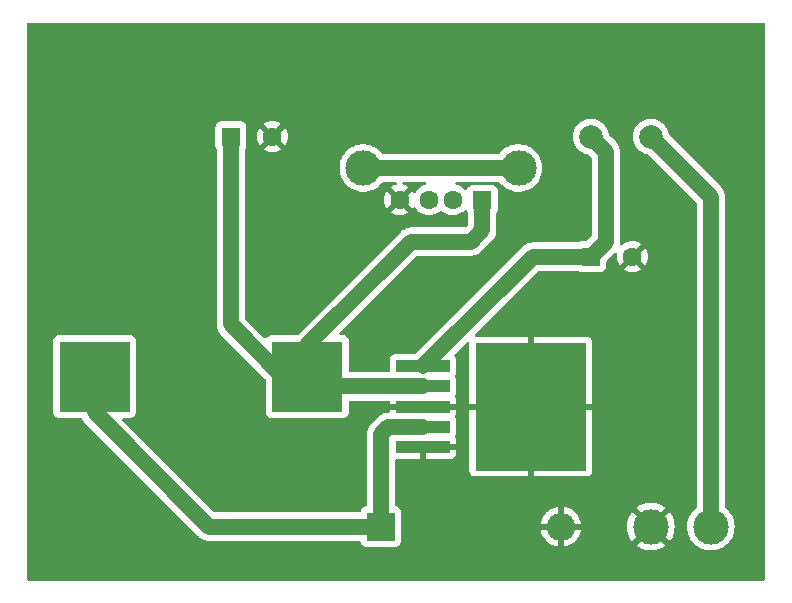
<source format=gbr>
%TF.GenerationSoftware,KiCad,Pcbnew,(6.0.4-0)*%
%TF.CreationDate,2022-04-27T17:17:29-07:00*%
%TF.ProjectId,DC_To_DC_Converter,44435f54-6f5f-4444-935f-436f6e766572,rev?*%
%TF.SameCoordinates,Original*%
%TF.FileFunction,Copper,L1,Top*%
%TF.FilePolarity,Positive*%
%FSLAX46Y46*%
G04 Gerber Fmt 4.6, Leading zero omitted, Abs format (unit mm)*
G04 Created by KiCad (PCBNEW (6.0.4-0)) date 2022-04-27 17:17:29*
%MOMM*%
%LPD*%
G01*
G04 APERTURE LIST*
%TA.AperFunction,ComponentPad*%
%ADD10R,1.600000X1.600000*%
%TD*%
%TA.AperFunction,ComponentPad*%
%ADD11C,1.600000*%
%TD*%
%TA.AperFunction,ComponentPad*%
%ADD12C,2.000000*%
%TD*%
%TA.AperFunction,ComponentPad*%
%ADD13C,3.000000*%
%TD*%
%TA.AperFunction,ComponentPad*%
%ADD14R,2.400000X2.400000*%
%TD*%
%TA.AperFunction,ComponentPad*%
%ADD15O,2.400000X2.400000*%
%TD*%
%TA.AperFunction,SMDPad,CuDef*%
%ADD16R,4.600000X1.100000*%
%TD*%
%TA.AperFunction,SMDPad,CuDef*%
%ADD17R,9.400000X10.800000*%
%TD*%
%TA.AperFunction,ComponentPad*%
%ADD18R,1.600000X1.500000*%
%TD*%
%TA.AperFunction,SMDPad,CuDef*%
%ADD19R,6.000000X6.000000*%
%TD*%
%TA.AperFunction,Conductor*%
%ADD20C,1.367030*%
%TD*%
G04 APERTURE END LIST*
D10*
%TO.P,C1,1*%
%TO.N,Net-(C1-Pad1)*%
X165100000Y-45720000D03*
D11*
%TO.P,C1,2*%
%TO.N,GND*%
X168600000Y-45720000D03*
%TD*%
D12*
%TO.P,FB1,1*%
%TO.N,Net-(FB1-Pad1)*%
X170180000Y-35560000D03*
%TO.P,FB1,2*%
%TO.N,Net-(C1-Pad1)*%
X165100000Y-35560000D03*
%TD*%
D13*
%TO.P,J1,1,Pin_1*%
%TO.N,Net-(FB1-Pad1)*%
X175260000Y-68580000D03*
%TO.P,J1,2,Pin_2*%
%TO.N,GND*%
X170180000Y-68580000D03*
%TD*%
D14*
%TO.P,D1,1,K*%
%TO.N,Net-(D1-Pad1)*%
X147320000Y-68580000D03*
D15*
%TO.P,D1,2,A*%
%TO.N,GND*%
X162560000Y-68580000D03*
%TD*%
D16*
%TO.P,U1,1,VIN*%
%TO.N,Net-(C1-Pad1)*%
X150870000Y-55020000D03*
%TO.P,U1,2,OUT*%
%TO.N,Net-(C2-Pad1)*%
X150870000Y-56720000D03*
%TO.P,U1,3,GND*%
%TO.N,GND*%
X150870000Y-58420000D03*
D17*
X160020000Y-58420000D03*
D16*
%TO.P,U1,4,FB*%
%TO.N,Net-(D1-Pad1)*%
X150870000Y-60120000D03*
%TO.P,U1,5,~{ON}/OFF*%
%TO.N,GND*%
X150870000Y-61820000D03*
%TD*%
D10*
%TO.P,C2,1*%
%TO.N,Net-(C2-Pad1)*%
X134620000Y-35560000D03*
D11*
%TO.P,C2,2*%
%TO.N,GND*%
X138120000Y-35560000D03*
%TD*%
D18*
%TO.P,J2,1,VBUS*%
%TO.N,Net-(C2-Pad1)*%
X155900000Y-40920000D03*
D11*
%TO.P,J2,2,D-*%
%TO.N,unconnected-(J2-Pad2)*%
X153400000Y-40920000D03*
%TO.P,J2,3,D+*%
%TO.N,unconnected-(J2-Pad3)*%
X151400000Y-40920000D03*
%TO.P,J2,4,GND*%
%TO.N,GND*%
X148900000Y-40920000D03*
D13*
%TO.P,J2,5,Shield*%
%TO.N,unconnected-(J2-Pad5)*%
X158970000Y-38210000D03*
X145830000Y-38210000D03*
%TD*%
D19*
%TO.P,L1,1,1*%
%TO.N,Net-(D1-Pad1)*%
X123080000Y-55880000D03*
%TO.P,L1,2,2*%
%TO.N,Net-(C2-Pad1)*%
X141080000Y-55880000D03*
%TD*%
D20*
%TO.N,Net-(C1-Pad1)*%
X160170000Y-45720000D02*
X150870000Y-55020000D01*
X166370000Y-44450000D02*
X165100000Y-45720000D01*
X165100000Y-35560000D02*
X166370000Y-36830000D01*
X166370000Y-36830000D02*
X166370000Y-44450000D01*
X165100000Y-45720000D02*
X160170000Y-45720000D01*
%TO.N,Net-(C2-Pad1)*%
X141080000Y-55880000D02*
X141080000Y-53230000D01*
X134620000Y-51460000D02*
X134620000Y-35560000D01*
X155900000Y-43490000D02*
X155900000Y-40920000D01*
X141080000Y-53230000D02*
X149860000Y-44450000D01*
X141920000Y-56720000D02*
X150870000Y-56720000D01*
X149860000Y-44450000D02*
X154940000Y-44450000D01*
X141080000Y-55880000D02*
X139040000Y-55880000D01*
X141080000Y-55880000D02*
X141920000Y-56720000D01*
X154940000Y-44450000D02*
X155900000Y-43490000D01*
X139040000Y-55880000D02*
X134620000Y-51460000D01*
%TO.N,Net-(D1-Pad1)*%
X147320000Y-68580000D02*
X132740000Y-68580000D01*
X147320000Y-68580000D02*
X147320000Y-60753948D01*
X132740000Y-68580000D02*
X123080000Y-58920000D01*
X147953948Y-60120000D02*
X150870000Y-60120000D01*
X147320000Y-60753948D02*
X147953948Y-60120000D01*
%TO.N,Net-(FB1-Pad1)*%
X175260000Y-40640000D02*
X170180000Y-35560000D01*
X175260000Y-66040000D02*
X175260000Y-40640000D01*
X175260000Y-68580000D02*
X175260000Y-63500000D01*
%TO.N,unconnected-(J2-Pad5)*%
X145830000Y-38210000D02*
X158970000Y-38210000D01*
%TD*%
%TA.AperFunction,Conductor*%
%TO.N,GND*%
G36*
X179773621Y-25928502D02*
G01*
X179820114Y-25982158D01*
X179831500Y-26034500D01*
X179831500Y-73025500D01*
X179811498Y-73093621D01*
X179757842Y-73140114D01*
X179705500Y-73151500D01*
X117474500Y-73151500D01*
X117406379Y-73131498D01*
X117359886Y-73077842D01*
X117348500Y-73025500D01*
X117348500Y-58928134D01*
X119571500Y-58928134D01*
X119578255Y-58990316D01*
X119629385Y-59126705D01*
X119716739Y-59243261D01*
X119833295Y-59330615D01*
X119969684Y-59381745D01*
X120031866Y-59388500D01*
X121903382Y-59388500D01*
X121971503Y-59408502D01*
X122014890Y-59455832D01*
X122049633Y-59521866D01*
X122076009Y-59571999D01*
X122186899Y-59712662D01*
X122189534Y-59715297D01*
X131865679Y-69391443D01*
X131871316Y-69397460D01*
X131889377Y-69418054D01*
X131915956Y-69448362D01*
X131920491Y-69451937D01*
X131920492Y-69451938D01*
X131988445Y-69505508D01*
X131991007Y-69507583D01*
X132061943Y-69566579D01*
X132066976Y-69569398D01*
X132066981Y-69569401D01*
X132066999Y-69569411D01*
X132083448Y-69580402D01*
X132088001Y-69583991D01*
X132169699Y-69626975D01*
X132172570Y-69628534D01*
X132248044Y-69670802D01*
X132248050Y-69670805D01*
X132253086Y-69673625D01*
X132258555Y-69675482D01*
X132258558Y-69675483D01*
X132258587Y-69675493D01*
X132276738Y-69683291D01*
X132281881Y-69685997D01*
X132287386Y-69687706D01*
X132287390Y-69687708D01*
X132370035Y-69713369D01*
X132373173Y-69714389D01*
X132455066Y-69742189D01*
X132455071Y-69742190D01*
X132460538Y-69744046D01*
X132466253Y-69744875D01*
X132466258Y-69744876D01*
X132466287Y-69744880D01*
X132485567Y-69749243D01*
X132491104Y-69750962D01*
X132570344Y-69760340D01*
X132582769Y-69761811D01*
X132586039Y-69762242D01*
X132616043Y-69766592D01*
X132677348Y-69775481D01*
X132763104Y-69772112D01*
X132768050Y-69772015D01*
X145492350Y-69772015D01*
X145560471Y-69792017D01*
X145606964Y-69845673D01*
X145615004Y-69874914D01*
X145615575Y-69874778D01*
X145617402Y-69882460D01*
X145618255Y-69890316D01*
X145669385Y-70026705D01*
X145756739Y-70143261D01*
X145873295Y-70230615D01*
X146009684Y-70281745D01*
X146071866Y-70288500D01*
X148568134Y-70288500D01*
X148630316Y-70281745D01*
X148766705Y-70230615D01*
X148883261Y-70143261D01*
X148970615Y-70026705D01*
X149021745Y-69890316D01*
X149028500Y-69828134D01*
X149028500Y-68853460D01*
X160872852Y-68853460D01*
X160908593Y-69033143D01*
X160911082Y-69042118D01*
X160993708Y-69272250D01*
X160997505Y-69280778D01*
X161113234Y-69496160D01*
X161118245Y-69504027D01*
X161264550Y-69699953D01*
X161270656Y-69706977D01*
X161444316Y-69879127D01*
X161451398Y-69885176D01*
X161648586Y-70029760D01*
X161656505Y-70034708D01*
X161872877Y-70148547D01*
X161881451Y-70152275D01*
X162112282Y-70232885D01*
X162121291Y-70235299D01*
X162288201Y-70266988D01*
X162301261Y-70265704D01*
X162305506Y-70252360D01*
X162814000Y-70252360D01*
X162818171Y-70266565D01*
X162830933Y-70268620D01*
X162867487Y-70264617D01*
X162876649Y-70262919D01*
X163113107Y-70200665D01*
X163121926Y-70197628D01*
X163187037Y-70169654D01*
X168955618Y-70169654D01*
X168962673Y-70179627D01*
X168993679Y-70205551D01*
X169000598Y-70210579D01*
X169225272Y-70351515D01*
X169232807Y-70355556D01*
X169474520Y-70464694D01*
X169482551Y-70467680D01*
X169736832Y-70543002D01*
X169745184Y-70544869D01*
X170007340Y-70584984D01*
X170015874Y-70585700D01*
X170281045Y-70589867D01*
X170289596Y-70589418D01*
X170552883Y-70557557D01*
X170561284Y-70555955D01*
X170817824Y-70488653D01*
X170825926Y-70485926D01*
X171070949Y-70384434D01*
X171078617Y-70380628D01*
X171307598Y-70246822D01*
X171314679Y-70242009D01*
X171394655Y-70179301D01*
X171403125Y-70167442D01*
X171396608Y-70155818D01*
X170192812Y-68952022D01*
X170178868Y-68944408D01*
X170177035Y-68944539D01*
X170170420Y-68948790D01*
X168962910Y-70156300D01*
X168955618Y-70169654D01*
X163187037Y-70169654D01*
X163346584Y-70101107D01*
X163354856Y-70096800D01*
X163562777Y-69968135D01*
X163570317Y-69962657D01*
X163756943Y-69804668D01*
X163763593Y-69798132D01*
X163924813Y-69614295D01*
X163930420Y-69606854D01*
X164062700Y-69401202D01*
X164067147Y-69393011D01*
X164167572Y-69170076D01*
X164170767Y-69161298D01*
X164237135Y-68925973D01*
X164238993Y-68916844D01*
X164247246Y-68851969D01*
X164244958Y-68837708D01*
X164231938Y-68834000D01*
X162832115Y-68834000D01*
X162816876Y-68838475D01*
X162815671Y-68839865D01*
X162814000Y-68847548D01*
X162814000Y-70252360D01*
X162305506Y-70252360D01*
X162306000Y-70250808D01*
X162306000Y-68852115D01*
X162301525Y-68836876D01*
X162300135Y-68835671D01*
X162292452Y-68834000D01*
X160887096Y-68834000D01*
X160874695Y-68837641D01*
X160872852Y-68853460D01*
X149028500Y-68853460D01*
X149028500Y-68563204D01*
X168167665Y-68563204D01*
X168182932Y-68827969D01*
X168184005Y-68836470D01*
X168235065Y-69096722D01*
X168237276Y-69104974D01*
X168323184Y-69355894D01*
X168326499Y-69363779D01*
X168445664Y-69600713D01*
X168450020Y-69608079D01*
X168579347Y-69796250D01*
X168589601Y-69804594D01*
X168603342Y-69797448D01*
X169807978Y-68592812D01*
X169814356Y-68581132D01*
X170544408Y-68581132D01*
X170544539Y-68582965D01*
X170548790Y-68589580D01*
X171755730Y-69796520D01*
X171767939Y-69803187D01*
X171779439Y-69794497D01*
X171876831Y-69661913D01*
X171881418Y-69654685D01*
X172007962Y-69421621D01*
X172011530Y-69413827D01*
X172105271Y-69165750D01*
X172107748Y-69157544D01*
X172166954Y-68899038D01*
X172168294Y-68890577D01*
X172192031Y-68624616D01*
X172192277Y-68619677D01*
X172192666Y-68582485D01*
X172192523Y-68577519D01*
X172174362Y-68311123D01*
X172173201Y-68302649D01*
X172119419Y-68042944D01*
X172117120Y-68034709D01*
X172028588Y-67784705D01*
X172025191Y-67776854D01*
X171903550Y-67541178D01*
X171899122Y-67533866D01*
X171780031Y-67364417D01*
X171769509Y-67356037D01*
X171756121Y-67363089D01*
X170552022Y-68567188D01*
X170544408Y-68581132D01*
X169814356Y-68581132D01*
X169815592Y-68578868D01*
X169815461Y-68577035D01*
X169811210Y-68570420D01*
X168603814Y-67363024D01*
X168591804Y-67356466D01*
X168580064Y-67365434D01*
X168471935Y-67515911D01*
X168467418Y-67523196D01*
X168343325Y-67757567D01*
X168339839Y-67765395D01*
X168248700Y-68014446D01*
X168246311Y-68022670D01*
X168189812Y-68281795D01*
X168188563Y-68290250D01*
X168167754Y-68554653D01*
X168167665Y-68563204D01*
X149028500Y-68563204D01*
X149028500Y-68307976D01*
X160870675Y-68307976D01*
X160873435Y-68322703D01*
X160885614Y-68326000D01*
X162287885Y-68326000D01*
X162303124Y-68321525D01*
X162304329Y-68320135D01*
X162306000Y-68312452D01*
X162306000Y-68307885D01*
X162814000Y-68307885D01*
X162818475Y-68323124D01*
X162819865Y-68324329D01*
X162827548Y-68326000D01*
X164235671Y-68326000D01*
X164249202Y-68322027D01*
X164250634Y-68312068D01*
X164198979Y-68083786D01*
X164196255Y-68074875D01*
X164107633Y-67846983D01*
X164103619Y-67838567D01*
X163982286Y-67626281D01*
X163977070Y-67618548D01*
X163825692Y-67426525D01*
X163819399Y-67419657D01*
X163641294Y-67252112D01*
X163634060Y-67246254D01*
X163433141Y-67106872D01*
X163425115Y-67102144D01*
X163205810Y-66993995D01*
X163202110Y-66992500D01*
X168956584Y-66992500D01*
X168962980Y-67003770D01*
X170167188Y-68207978D01*
X170181132Y-68215592D01*
X170182965Y-68215461D01*
X170189580Y-68211210D01*
X171396604Y-67004186D01*
X171403795Y-66991017D01*
X171396473Y-66980780D01*
X171349233Y-66942115D01*
X171342261Y-66937160D01*
X171116122Y-66798582D01*
X171108552Y-66794624D01*
X170865704Y-66688022D01*
X170857644Y-66685120D01*
X170602592Y-66612467D01*
X170594214Y-66610685D01*
X170331656Y-66573318D01*
X170323111Y-66572691D01*
X170057908Y-66571302D01*
X170049374Y-66571839D01*
X169786433Y-66606456D01*
X169778035Y-66608149D01*
X169522238Y-66678127D01*
X169514143Y-66680946D01*
X169270199Y-66784997D01*
X169262577Y-66788881D01*
X169035013Y-66925075D01*
X169027981Y-66929962D01*
X168965053Y-66980377D01*
X168956584Y-66992500D01*
X163202110Y-66992500D01*
X163197177Y-66990507D01*
X162964288Y-66915958D01*
X162955238Y-66913785D01*
X162831880Y-66893696D01*
X162818286Y-66895393D01*
X162814000Y-66909500D01*
X162814000Y-68307885D01*
X162306000Y-68307885D01*
X162306000Y-66908859D01*
X162301982Y-66895175D01*
X162288290Y-66893154D01*
X162208521Y-66904010D01*
X162199403Y-66905948D01*
X161964668Y-66974367D01*
X161955915Y-66977639D01*
X161733869Y-67080004D01*
X161725714Y-67084524D01*
X161521233Y-67218587D01*
X161513828Y-67224270D01*
X161331413Y-67387082D01*
X161324935Y-67393790D01*
X161168584Y-67581781D01*
X161163163Y-67589381D01*
X161036322Y-67798409D01*
X161032084Y-67806726D01*
X160937529Y-68032214D01*
X160934572Y-68041052D01*
X160874382Y-68278048D01*
X160872764Y-68287228D01*
X160870675Y-68307976D01*
X149028500Y-68307976D01*
X149028500Y-67331866D01*
X149021745Y-67269684D01*
X148970615Y-67133295D01*
X148883261Y-67016739D01*
X148766705Y-66929385D01*
X148630316Y-66878255D01*
X148622460Y-66877402D01*
X148614778Y-66875575D01*
X148615203Y-66873789D01*
X148558844Y-66850370D01*
X148518418Y-66792006D01*
X148512015Y-66752350D01*
X148512015Y-63864669D01*
X154812001Y-63864669D01*
X154812371Y-63871490D01*
X154817895Y-63922352D01*
X154821521Y-63937604D01*
X154866676Y-64058054D01*
X154875214Y-64073649D01*
X154951715Y-64175724D01*
X154964276Y-64188285D01*
X155066351Y-64264786D01*
X155081946Y-64273324D01*
X155202394Y-64318478D01*
X155217649Y-64322105D01*
X155268514Y-64327631D01*
X155275328Y-64328000D01*
X159747885Y-64328000D01*
X159763124Y-64323525D01*
X159764329Y-64322135D01*
X159766000Y-64314452D01*
X159766000Y-64309884D01*
X160274000Y-64309884D01*
X160278475Y-64325123D01*
X160279865Y-64326328D01*
X160287548Y-64327999D01*
X164764669Y-64327999D01*
X164771490Y-64327629D01*
X164822352Y-64322105D01*
X164837604Y-64318479D01*
X164958054Y-64273324D01*
X164973649Y-64264786D01*
X165075724Y-64188285D01*
X165088285Y-64175724D01*
X165164786Y-64073649D01*
X165173324Y-64058054D01*
X165218478Y-63937606D01*
X165222105Y-63922351D01*
X165227631Y-63871486D01*
X165228000Y-63864672D01*
X165228000Y-58692115D01*
X165223525Y-58676876D01*
X165222135Y-58675671D01*
X165214452Y-58674000D01*
X160292115Y-58674000D01*
X160276876Y-58678475D01*
X160275671Y-58679865D01*
X160274000Y-58687548D01*
X160274000Y-64309884D01*
X159766000Y-64309884D01*
X159766000Y-58692115D01*
X159761525Y-58676876D01*
X159760135Y-58675671D01*
X159752452Y-58674000D01*
X154830116Y-58674000D01*
X154814877Y-58678475D01*
X154813672Y-58679865D01*
X154812001Y-58687548D01*
X154812001Y-63864669D01*
X148512015Y-63864669D01*
X148512015Y-63004000D01*
X148532017Y-62935879D01*
X148585673Y-62889386D01*
X148638015Y-62878000D01*
X150597885Y-62878000D01*
X150613124Y-62873525D01*
X150614329Y-62872135D01*
X150616000Y-62864452D01*
X150616000Y-62859884D01*
X151124000Y-62859884D01*
X151128475Y-62875123D01*
X151129865Y-62876328D01*
X151137548Y-62877999D01*
X153214669Y-62877999D01*
X153221490Y-62877629D01*
X153272352Y-62872105D01*
X153287604Y-62868479D01*
X153408054Y-62823324D01*
X153423649Y-62814786D01*
X153525724Y-62738285D01*
X153538285Y-62725724D01*
X153614786Y-62623649D01*
X153623324Y-62608054D01*
X153668478Y-62487606D01*
X153672105Y-62472351D01*
X153677631Y-62421486D01*
X153678000Y-62414672D01*
X153678000Y-62092115D01*
X153673525Y-62076876D01*
X153672135Y-62075671D01*
X153664452Y-62074000D01*
X151142115Y-62074000D01*
X151126876Y-62078475D01*
X151125671Y-62079865D01*
X151124000Y-62087548D01*
X151124000Y-62859884D01*
X150616000Y-62859884D01*
X150616000Y-61692000D01*
X150636002Y-61623879D01*
X150689658Y-61577386D01*
X150742000Y-61566000D01*
X153659884Y-61566000D01*
X153675123Y-61561525D01*
X153676328Y-61560135D01*
X153677999Y-61552452D01*
X153677999Y-61225331D01*
X153677629Y-61218510D01*
X153672105Y-61167648D01*
X153668479Y-61152396D01*
X153623321Y-61031939D01*
X153622826Y-61031034D01*
X153622607Y-61030034D01*
X153620172Y-61023538D01*
X153621110Y-61023186D01*
X153607657Y-60961677D01*
X153620838Y-60916788D01*
X153620615Y-60916705D01*
X153621756Y-60913663D01*
X153621758Y-60913656D01*
X153671745Y-60780316D01*
X153678500Y-60718134D01*
X153678500Y-59521866D01*
X153671745Y-59459684D01*
X153620615Y-59323295D01*
X153621307Y-59323036D01*
X153607657Y-59260626D01*
X153620580Y-59216615D01*
X153620172Y-59216462D01*
X153622262Y-59210888D01*
X153622826Y-59208966D01*
X153623321Y-59208061D01*
X153668478Y-59087606D01*
X153672105Y-59072351D01*
X153677631Y-59021486D01*
X153678000Y-59014672D01*
X153678000Y-58692115D01*
X153673525Y-58676876D01*
X153672135Y-58675671D01*
X153664452Y-58674000D01*
X148080116Y-58674000D01*
X148064877Y-58678475D01*
X148063672Y-58679865D01*
X148062001Y-58687548D01*
X148062001Y-58797895D01*
X148041999Y-58866016D01*
X147988343Y-58912509D01*
X147934119Y-58922461D01*
X147934147Y-58923515D01*
X147928378Y-58923666D01*
X147922611Y-58923288D01*
X147830914Y-58934142D01*
X147827654Y-58934483D01*
X147800932Y-58936939D01*
X147741545Y-58942395D01*
X147741543Y-58942395D01*
X147735790Y-58942924D01*
X147730236Y-58944490D01*
X147730227Y-58944492D01*
X147730204Y-58944499D01*
X147710823Y-58948355D01*
X147705052Y-58949038D01*
X147616893Y-58976412D01*
X147613788Y-58977331D01*
X147530509Y-59000818D01*
X147530501Y-59000821D01*
X147524938Y-59002390D01*
X147519758Y-59004944D01*
X147519751Y-59004947D01*
X147519732Y-59004957D01*
X147501380Y-59012279D01*
X147501362Y-59012285D01*
X147495829Y-59014003D01*
X147490722Y-59016690D01*
X147490717Y-59016692D01*
X147414183Y-59056959D01*
X147411245Y-59058457D01*
X147391377Y-59068255D01*
X147328453Y-59099286D01*
X147323804Y-59102758D01*
X147307082Y-59113308D01*
X147301949Y-59116009D01*
X147297412Y-59119586D01*
X147297407Y-59119589D01*
X147229491Y-59173131D01*
X147226873Y-59175140D01*
X147171331Y-59216615D01*
X147152917Y-59230365D01*
X147148993Y-59234610D01*
X147094647Y-59293401D01*
X147091217Y-59296968D01*
X146508549Y-59879635D01*
X146502532Y-59885271D01*
X146451638Y-59929904D01*
X146448063Y-59934439D01*
X146448062Y-59934440D01*
X146394492Y-60002393D01*
X146392417Y-60004955D01*
X146333421Y-60075891D01*
X146330602Y-60080924D01*
X146330599Y-60080929D01*
X146330589Y-60080947D01*
X146319598Y-60097396D01*
X146316009Y-60101949D01*
X146273040Y-60183619D01*
X146271466Y-60186518D01*
X146229198Y-60261992D01*
X146229195Y-60261998D01*
X146226375Y-60267034D01*
X146224518Y-60272503D01*
X146224517Y-60272506D01*
X146224507Y-60272535D01*
X146216709Y-60290686D01*
X146214003Y-60295829D01*
X146212294Y-60301334D01*
X146212292Y-60301338D01*
X146186631Y-60383983D01*
X146185611Y-60387121D01*
X146157811Y-60469014D01*
X146157810Y-60469019D01*
X146155954Y-60474486D01*
X146155125Y-60480201D01*
X146155124Y-60480206D01*
X146155120Y-60480235D01*
X146150757Y-60499515D01*
X146149038Y-60505052D01*
X146139660Y-60584292D01*
X146138189Y-60596717D01*
X146137758Y-60599987D01*
X146124519Y-60691296D01*
X146125707Y-60721531D01*
X146127888Y-60777052D01*
X146127985Y-60781998D01*
X146127985Y-66752350D01*
X146107983Y-66820471D01*
X146054327Y-66866964D01*
X146025086Y-66875004D01*
X146025222Y-66875575D01*
X146017540Y-66877402D01*
X146009684Y-66878255D01*
X145873295Y-66929385D01*
X145756739Y-67016739D01*
X145669385Y-67133295D01*
X145618255Y-67269684D01*
X145617402Y-67277540D01*
X145615575Y-67285222D01*
X145613789Y-67284797D01*
X145590370Y-67341156D01*
X145532006Y-67381582D01*
X145492350Y-67387985D01*
X133285938Y-67387985D01*
X133217817Y-67367983D01*
X133196843Y-67351080D01*
X125449359Y-59603595D01*
X125415333Y-59541283D01*
X125420398Y-59470468D01*
X125462945Y-59413632D01*
X125529465Y-59388821D01*
X125538454Y-59388500D01*
X126128134Y-59388500D01*
X126190316Y-59381745D01*
X126326705Y-59330615D01*
X126443261Y-59243261D01*
X126530615Y-59126705D01*
X126581745Y-58990316D01*
X126588500Y-58928134D01*
X126588500Y-52831866D01*
X126581745Y-52769684D01*
X126530615Y-52633295D01*
X126443261Y-52516739D01*
X126326705Y-52429385D01*
X126190316Y-52378255D01*
X126128134Y-52371500D01*
X120031866Y-52371500D01*
X119969684Y-52378255D01*
X119833295Y-52429385D01*
X119716739Y-52516739D01*
X119629385Y-52633295D01*
X119578255Y-52769684D01*
X119571500Y-52831866D01*
X119571500Y-58928134D01*
X117348500Y-58928134D01*
X117348500Y-36408134D01*
X133311500Y-36408134D01*
X133318255Y-36470316D01*
X133369385Y-36606705D01*
X133402811Y-36651305D01*
X133427659Y-36717811D01*
X133427985Y-36726870D01*
X133427985Y-51415552D01*
X133427715Y-51423793D01*
X133423288Y-51491338D01*
X133423967Y-51497073D01*
X133434140Y-51583023D01*
X133434483Y-51586297D01*
X133442924Y-51678158D01*
X133444490Y-51683712D01*
X133444492Y-51683721D01*
X133444499Y-51683744D01*
X133448355Y-51703125D01*
X133449038Y-51708896D01*
X133476412Y-51797055D01*
X133477331Y-51800160D01*
X133500818Y-51883439D01*
X133500821Y-51883447D01*
X133502390Y-51889010D01*
X133504944Y-51894190D01*
X133504947Y-51894197D01*
X133504957Y-51894216D01*
X133512279Y-51912568D01*
X133514003Y-51918119D01*
X133516690Y-51923226D01*
X133516692Y-51923231D01*
X133556959Y-51999765D01*
X133558457Y-52002703D01*
X133599286Y-52085495D01*
X133602755Y-52090140D01*
X133613308Y-52106866D01*
X133616009Y-52111999D01*
X133619586Y-52116536D01*
X133619589Y-52116541D01*
X133673131Y-52184457D01*
X133675138Y-52187072D01*
X133730365Y-52261031D01*
X133734607Y-52264952D01*
X133793402Y-52319302D01*
X133796968Y-52322731D01*
X137534595Y-56060359D01*
X137568621Y-56122671D01*
X137571500Y-56149454D01*
X137571500Y-58928134D01*
X137578255Y-58990316D01*
X137629385Y-59126705D01*
X137716739Y-59243261D01*
X137833295Y-59330615D01*
X137969684Y-59381745D01*
X138031866Y-59388500D01*
X144128134Y-59388500D01*
X144190316Y-59381745D01*
X144326705Y-59330615D01*
X144443261Y-59243261D01*
X144530615Y-59126705D01*
X144581745Y-58990316D01*
X144588500Y-58928134D01*
X144588500Y-58038015D01*
X144608502Y-57969894D01*
X144662158Y-57923401D01*
X144714500Y-57912015D01*
X147936000Y-57912015D01*
X148004121Y-57932017D01*
X148050614Y-57985673D01*
X148062000Y-58038015D01*
X148062000Y-58147885D01*
X148066475Y-58163124D01*
X148067865Y-58164329D01*
X148075548Y-58166000D01*
X153659884Y-58166000D01*
X153675123Y-58161525D01*
X153676328Y-58160135D01*
X153677999Y-58152452D01*
X153677999Y-57825331D01*
X153677629Y-57818510D01*
X153672105Y-57767648D01*
X153668479Y-57752396D01*
X153623321Y-57631939D01*
X153622826Y-57631034D01*
X153622607Y-57630034D01*
X153620172Y-57623538D01*
X153621110Y-57623186D01*
X153607657Y-57561677D01*
X153620838Y-57516788D01*
X153620615Y-57516705D01*
X153621756Y-57513663D01*
X153621758Y-57513656D01*
X153671745Y-57380316D01*
X153678500Y-57318134D01*
X153678500Y-56121866D01*
X153671745Y-56059684D01*
X153620615Y-55923295D01*
X153621466Y-55922976D01*
X153607945Y-55861151D01*
X153620958Y-55816834D01*
X153620615Y-55816705D01*
X153622372Y-55812019D01*
X153622373Y-55812015D01*
X153671745Y-55680316D01*
X153678500Y-55618134D01*
X153678500Y-54421866D01*
X153671745Y-54359684D01*
X153620615Y-54223295D01*
X153571256Y-54157435D01*
X153546408Y-54090930D01*
X153561461Y-54021548D01*
X153582987Y-53992776D01*
X154596905Y-52978858D01*
X154659217Y-52944832D01*
X154730032Y-52949897D01*
X154786868Y-52992444D01*
X154811679Y-53058964D01*
X154812000Y-53067953D01*
X154812000Y-58147885D01*
X154816475Y-58163124D01*
X154817865Y-58164329D01*
X154825548Y-58166000D01*
X159747885Y-58166000D01*
X159763124Y-58161525D01*
X159764329Y-58160135D01*
X159766000Y-58152452D01*
X159766000Y-58147885D01*
X160274000Y-58147885D01*
X160278475Y-58163124D01*
X160279865Y-58164329D01*
X160287548Y-58166000D01*
X165209884Y-58166000D01*
X165225123Y-58161525D01*
X165226328Y-58160135D01*
X165227999Y-58152452D01*
X165227999Y-52975331D01*
X165227629Y-52968510D01*
X165222105Y-52917648D01*
X165218479Y-52902396D01*
X165173324Y-52781946D01*
X165164786Y-52766351D01*
X165088285Y-52664276D01*
X165075724Y-52651715D01*
X164973649Y-52575214D01*
X164958054Y-52566676D01*
X164837606Y-52521522D01*
X164822351Y-52517895D01*
X164771486Y-52512369D01*
X164764672Y-52512000D01*
X160292115Y-52512000D01*
X160276876Y-52516475D01*
X160275671Y-52517865D01*
X160274000Y-52525548D01*
X160274000Y-58147885D01*
X159766000Y-58147885D01*
X159766000Y-52530116D01*
X159761525Y-52514877D01*
X159760135Y-52513672D01*
X159752452Y-52512001D01*
X155367952Y-52512001D01*
X155299831Y-52491999D01*
X155253338Y-52438343D01*
X155243234Y-52368069D01*
X155272728Y-52303489D01*
X155278857Y-52296906D01*
X160626844Y-46948920D01*
X160689156Y-46914894D01*
X160715939Y-46912015D01*
X163933130Y-46912015D01*
X164001251Y-46932017D01*
X164008691Y-46937186D01*
X164053295Y-46970615D01*
X164189684Y-47021745D01*
X164251866Y-47028500D01*
X165948134Y-47028500D01*
X166010316Y-47021745D01*
X166146705Y-46970615D01*
X166263261Y-46883261D01*
X166321119Y-46806062D01*
X167878493Y-46806062D01*
X167887789Y-46818077D01*
X167938994Y-46853931D01*
X167948489Y-46859414D01*
X168145947Y-46951490D01*
X168156239Y-46955236D01*
X168366688Y-47011625D01*
X168377481Y-47013528D01*
X168594525Y-47032517D01*
X168605475Y-47032517D01*
X168822519Y-47013528D01*
X168833312Y-47011625D01*
X169043761Y-46955236D01*
X169054053Y-46951490D01*
X169251511Y-46859414D01*
X169261006Y-46853931D01*
X169313048Y-46817491D01*
X169321424Y-46807012D01*
X169314356Y-46793566D01*
X168612812Y-46092022D01*
X168598868Y-46084408D01*
X168597035Y-46084539D01*
X168590420Y-46088790D01*
X167884923Y-46794287D01*
X167878493Y-46806062D01*
X166321119Y-46806062D01*
X166350615Y-46766705D01*
X166401745Y-46630316D01*
X166408500Y-46568134D01*
X166408500Y-46149454D01*
X166428502Y-46081333D01*
X166445405Y-46060358D01*
X167090273Y-45415491D01*
X167152585Y-45381466D01*
X167223401Y-45386531D01*
X167280236Y-45429078D01*
X167305047Y-45495598D01*
X167304889Y-45515568D01*
X167287483Y-45714525D01*
X167287483Y-45725475D01*
X167306472Y-45942519D01*
X167308375Y-45953312D01*
X167364764Y-46163761D01*
X167368510Y-46174053D01*
X167460586Y-46371511D01*
X167466069Y-46381006D01*
X167502509Y-46433048D01*
X167512988Y-46441424D01*
X167526434Y-46434356D01*
X168239658Y-45721132D01*
X168964408Y-45721132D01*
X168964539Y-45722965D01*
X168968790Y-45729580D01*
X169674287Y-46435077D01*
X169686062Y-46441507D01*
X169698077Y-46432211D01*
X169733931Y-46381006D01*
X169739414Y-46371511D01*
X169831490Y-46174053D01*
X169835236Y-46163761D01*
X169891625Y-45953312D01*
X169893528Y-45942519D01*
X169912517Y-45725475D01*
X169912517Y-45714525D01*
X169893528Y-45497481D01*
X169891625Y-45486688D01*
X169835236Y-45276239D01*
X169831490Y-45265947D01*
X169739414Y-45068489D01*
X169733931Y-45058994D01*
X169697491Y-45006952D01*
X169687012Y-44998576D01*
X169673566Y-45005644D01*
X168972022Y-45707188D01*
X168964408Y-45721132D01*
X168239658Y-45721132D01*
X169315077Y-44645713D01*
X169321507Y-44633938D01*
X169312211Y-44621923D01*
X169261006Y-44586069D01*
X169251511Y-44580586D01*
X169054053Y-44488510D01*
X169043761Y-44484764D01*
X168833312Y-44428375D01*
X168822519Y-44426472D01*
X168605475Y-44407483D01*
X168594525Y-44407483D01*
X168377481Y-44426472D01*
X168366688Y-44428375D01*
X168156239Y-44484764D01*
X168145947Y-44488510D01*
X167948489Y-44580586D01*
X167938993Y-44586069D01*
X167760527Y-44711032D01*
X167758814Y-44712470D01*
X167757908Y-44712867D01*
X167756022Y-44714187D01*
X167755757Y-44713808D01*
X167693773Y-44740936D01*
X167623668Y-44729719D01*
X167570757Y-44682382D01*
X167551837Y-44613953D01*
X167553125Y-44597870D01*
X167560205Y-44549038D01*
X167565481Y-44512653D01*
X167562112Y-44426897D01*
X167562015Y-44421951D01*
X167562015Y-36874443D01*
X167562285Y-36866202D01*
X167566334Y-36804428D01*
X167566712Y-36798662D01*
X167555859Y-36706971D01*
X167555516Y-36703696D01*
X167547605Y-36617597D01*
X167547605Y-36617595D01*
X167547076Y-36611842D01*
X167545510Y-36606288D01*
X167545508Y-36606279D01*
X167545501Y-36606256D01*
X167541645Y-36586875D01*
X167540962Y-36581104D01*
X167513588Y-36492945D01*
X167512669Y-36489840D01*
X167489182Y-36406561D01*
X167489179Y-36406553D01*
X167487610Y-36400990D01*
X167485056Y-36395810D01*
X167485053Y-36395803D01*
X167485043Y-36395784D01*
X167477721Y-36377432D01*
X167477709Y-36377395D01*
X167475997Y-36371881D01*
X167473310Y-36366774D01*
X167473308Y-36366769D01*
X167433041Y-36290235D01*
X167431543Y-36287297D01*
X167393268Y-36209684D01*
X167390714Y-36204505D01*
X167387242Y-36199856D01*
X167376691Y-36183133D01*
X167376681Y-36183114D01*
X167373991Y-36178001D01*
X167316846Y-36105512D01*
X167314849Y-36102910D01*
X167263092Y-36033599D01*
X167259635Y-36028969D01*
X167196611Y-35970710D01*
X167193045Y-35967281D01*
X166785764Y-35560000D01*
X168666835Y-35560000D01*
X168685465Y-35796711D01*
X168740895Y-36027594D01*
X168742788Y-36032165D01*
X168742789Y-36032167D01*
X168829695Y-36241977D01*
X168831760Y-36246963D01*
X168834346Y-36251183D01*
X168953241Y-36445202D01*
X168953245Y-36445208D01*
X168955824Y-36449416D01*
X169110031Y-36629969D01*
X169113787Y-36633177D01*
X169115087Y-36634287D01*
X169290584Y-36784176D01*
X169294792Y-36786755D01*
X169294798Y-36786759D01*
X169488817Y-36905654D01*
X169493037Y-36908240D01*
X169497607Y-36910133D01*
X169497611Y-36910135D01*
X169585574Y-36946570D01*
X169712406Y-36999105D01*
X169943289Y-37054535D01*
X169948222Y-37054923D01*
X169953114Y-37055698D01*
X169952865Y-37057271D01*
X170012649Y-37080051D01*
X170025527Y-37091290D01*
X174031080Y-41096844D01*
X174065106Y-41159156D01*
X174067985Y-41185939D01*
X174067985Y-66900860D01*
X174047983Y-66968981D01*
X174020765Y-66999194D01*
X173900666Y-67095411D01*
X173900660Y-67095417D01*
X173897318Y-67098094D01*
X173708808Y-67296742D01*
X173549002Y-67519136D01*
X173420857Y-67761161D01*
X173419385Y-67765184D01*
X173419383Y-67765188D01*
X173412314Y-67784506D01*
X173326743Y-68018337D01*
X173268404Y-68285907D01*
X173246917Y-68558918D01*
X173262682Y-68832320D01*
X173263507Y-68836525D01*
X173263508Y-68836533D01*
X173284698Y-68944539D01*
X173315405Y-69101053D01*
X173316792Y-69105103D01*
X173316793Y-69105108D01*
X173337605Y-69165895D01*
X173404112Y-69360144D01*
X173406039Y-69363975D01*
X173514890Y-69580402D01*
X173527160Y-69604799D01*
X173529586Y-69608328D01*
X173529589Y-69608334D01*
X173658741Y-69796250D01*
X173682274Y-69830490D01*
X173866582Y-70033043D01*
X174076675Y-70208707D01*
X174080316Y-70210991D01*
X174305024Y-70351951D01*
X174305028Y-70351953D01*
X174308664Y-70354234D01*
X174376544Y-70384883D01*
X174554345Y-70465164D01*
X174554349Y-70465166D01*
X174558257Y-70466930D01*
X174562377Y-70468150D01*
X174562376Y-70468150D01*
X174816723Y-70543491D01*
X174816727Y-70543492D01*
X174820836Y-70544709D01*
X174825070Y-70545357D01*
X174825075Y-70545358D01*
X175087298Y-70585483D01*
X175087300Y-70585483D01*
X175091540Y-70586132D01*
X175230912Y-70588322D01*
X175361071Y-70590367D01*
X175361077Y-70590367D01*
X175365362Y-70590434D01*
X175637235Y-70557534D01*
X175902127Y-70488041D01*
X175906087Y-70486401D01*
X175906092Y-70486399D01*
X176028631Y-70435641D01*
X176155136Y-70383241D01*
X176327366Y-70282598D01*
X176387879Y-70247237D01*
X176387880Y-70247236D01*
X176391582Y-70245073D01*
X176607089Y-70076094D01*
X176648809Y-70033043D01*
X176731059Y-69948167D01*
X176797669Y-69879431D01*
X176800202Y-69875983D01*
X176800206Y-69875978D01*
X176957257Y-69662178D01*
X176959795Y-69658723D01*
X176961841Y-69654955D01*
X177088418Y-69421830D01*
X177088419Y-69421828D01*
X177090468Y-69418054D01*
X177187269Y-69161877D01*
X177248407Y-68894933D01*
X177252109Y-68853460D01*
X177272531Y-68624627D01*
X177272532Y-68624616D01*
X177272751Y-68622161D01*
X177273193Y-68580000D01*
X177271465Y-68554648D01*
X177254859Y-68311055D01*
X177254858Y-68311049D01*
X177254567Y-68306778D01*
X177199032Y-68038612D01*
X177107617Y-67780465D01*
X176982013Y-67537112D01*
X176972040Y-67522921D01*
X176903279Y-67425084D01*
X176824545Y-67313057D01*
X176657500Y-67133295D01*
X176641046Y-67115588D01*
X176641043Y-67115585D01*
X176638125Y-67112445D01*
X176498208Y-66997924D01*
X176458163Y-66939300D01*
X176452015Y-66900421D01*
X176452015Y-40684449D01*
X176452285Y-40676208D01*
X176456334Y-40614429D01*
X176456712Y-40608663D01*
X176445858Y-40516966D01*
X176445516Y-40513699D01*
X176437605Y-40427597D01*
X176437605Y-40427595D01*
X176437076Y-40421842D01*
X176435510Y-40416288D01*
X176435508Y-40416279D01*
X176435501Y-40416256D01*
X176431645Y-40396875D01*
X176430962Y-40391104D01*
X176403588Y-40302945D01*
X176402669Y-40299840D01*
X176379181Y-40216558D01*
X176379178Y-40216551D01*
X176377610Y-40210990D01*
X176375056Y-40205810D01*
X176375053Y-40205803D01*
X176375043Y-40205784D01*
X176367721Y-40187432D01*
X176367709Y-40187395D01*
X176365997Y-40181881D01*
X176363310Y-40176774D01*
X176363308Y-40176769D01*
X176323041Y-40100235D01*
X176321543Y-40097297D01*
X176283268Y-40019684D01*
X176280714Y-40014505D01*
X176277242Y-40009856D01*
X176266691Y-39993133D01*
X176266682Y-39993116D01*
X176263991Y-39988001D01*
X176260414Y-39983464D01*
X176260411Y-39983459D01*
X176206869Y-39915543D01*
X176204860Y-39912925D01*
X176153092Y-39843598D01*
X176153090Y-39843595D01*
X176149635Y-39838969D01*
X176086598Y-39780698D01*
X176083032Y-39777269D01*
X171711290Y-35405527D01*
X171677264Y-35343215D01*
X171675774Y-35333102D01*
X171675698Y-35333114D01*
X171674923Y-35328222D01*
X171674535Y-35323289D01*
X171619105Y-35092406D01*
X171528240Y-34873037D01*
X171512255Y-34846952D01*
X171406759Y-34674798D01*
X171406755Y-34674792D01*
X171404176Y-34670584D01*
X171249969Y-34490031D01*
X171245758Y-34486434D01*
X171134438Y-34391358D01*
X171069416Y-34335824D01*
X171065208Y-34333245D01*
X171065202Y-34333241D01*
X170871183Y-34214346D01*
X170866963Y-34211760D01*
X170862393Y-34209867D01*
X170862389Y-34209865D01*
X170652167Y-34122789D01*
X170652165Y-34122788D01*
X170647594Y-34120895D01*
X170567391Y-34101640D01*
X170421524Y-34066620D01*
X170421518Y-34066619D01*
X170416711Y-34065465D01*
X170180000Y-34046835D01*
X169943289Y-34065465D01*
X169938482Y-34066619D01*
X169938476Y-34066620D01*
X169792609Y-34101640D01*
X169712406Y-34120895D01*
X169707835Y-34122788D01*
X169707833Y-34122789D01*
X169497611Y-34209865D01*
X169497607Y-34209867D01*
X169493037Y-34211760D01*
X169488817Y-34214346D01*
X169294798Y-34333241D01*
X169294792Y-34333245D01*
X169290584Y-34335824D01*
X169225562Y-34391358D01*
X169114243Y-34486434D01*
X169110031Y-34490031D01*
X168955824Y-34670584D01*
X168953245Y-34674792D01*
X168953241Y-34674798D01*
X168847745Y-34846952D01*
X168831760Y-34873037D01*
X168740895Y-35092406D01*
X168685465Y-35323289D01*
X168666835Y-35560000D01*
X166785764Y-35560000D01*
X166631290Y-35405526D01*
X166597264Y-35343214D01*
X166595774Y-35333102D01*
X166595698Y-35333114D01*
X166594923Y-35328222D01*
X166594535Y-35323289D01*
X166539105Y-35092406D01*
X166448240Y-34873037D01*
X166432255Y-34846952D01*
X166326759Y-34674798D01*
X166326755Y-34674792D01*
X166324176Y-34670584D01*
X166169969Y-34490031D01*
X166165758Y-34486434D01*
X166054438Y-34391358D01*
X165989416Y-34335824D01*
X165985208Y-34333245D01*
X165985202Y-34333241D01*
X165791183Y-34214346D01*
X165786963Y-34211760D01*
X165782393Y-34209867D01*
X165782389Y-34209865D01*
X165572167Y-34122789D01*
X165572165Y-34122788D01*
X165567594Y-34120895D01*
X165487391Y-34101640D01*
X165341524Y-34066620D01*
X165341518Y-34066619D01*
X165336711Y-34065465D01*
X165100000Y-34046835D01*
X164863289Y-34065465D01*
X164858482Y-34066619D01*
X164858476Y-34066620D01*
X164712609Y-34101640D01*
X164632406Y-34120895D01*
X164627835Y-34122788D01*
X164627833Y-34122789D01*
X164417611Y-34209865D01*
X164417607Y-34209867D01*
X164413037Y-34211760D01*
X164408817Y-34214346D01*
X164214798Y-34333241D01*
X164214792Y-34333245D01*
X164210584Y-34335824D01*
X164145562Y-34391358D01*
X164034243Y-34486434D01*
X164030031Y-34490031D01*
X163875824Y-34670584D01*
X163873245Y-34674792D01*
X163873241Y-34674798D01*
X163767745Y-34846952D01*
X163751760Y-34873037D01*
X163660895Y-35092406D01*
X163605465Y-35323289D01*
X163586835Y-35560000D01*
X163605465Y-35796711D01*
X163660895Y-36027594D01*
X163662788Y-36032165D01*
X163662789Y-36032167D01*
X163749695Y-36241977D01*
X163751760Y-36246963D01*
X163754346Y-36251183D01*
X163873241Y-36445202D01*
X163873245Y-36445208D01*
X163875824Y-36449416D01*
X164030031Y-36629969D01*
X164033787Y-36633177D01*
X164035087Y-36634287D01*
X164210584Y-36784176D01*
X164214792Y-36786755D01*
X164214798Y-36786759D01*
X164408817Y-36905654D01*
X164413037Y-36908240D01*
X164417607Y-36910133D01*
X164417611Y-36910135D01*
X164505574Y-36946570D01*
X164632406Y-36999105D01*
X164863289Y-37054535D01*
X164868222Y-37054923D01*
X164873114Y-37055698D01*
X164872865Y-37057272D01*
X164932651Y-37080053D01*
X164945527Y-37091290D01*
X165141081Y-37286845D01*
X165175106Y-37349157D01*
X165177985Y-37375940D01*
X165177985Y-43904061D01*
X165157983Y-43972182D01*
X165141080Y-43993156D01*
X164759641Y-44374595D01*
X164697329Y-44408621D01*
X164670546Y-44411500D01*
X164251866Y-44411500D01*
X164189684Y-44418255D01*
X164053295Y-44469385D01*
X164032775Y-44484764D01*
X164008695Y-44502811D01*
X163942189Y-44527659D01*
X163933130Y-44527985D01*
X160214448Y-44527985D01*
X160206207Y-44527715D01*
X160189074Y-44526592D01*
X160138662Y-44523288D01*
X160046971Y-44534141D01*
X160043703Y-44534483D01*
X160016426Y-44536990D01*
X159957597Y-44542395D01*
X159957595Y-44542395D01*
X159951842Y-44542924D01*
X159946288Y-44544490D01*
X159946279Y-44544492D01*
X159946256Y-44544499D01*
X159926875Y-44548355D01*
X159921104Y-44549038D01*
X159832945Y-44576412D01*
X159829840Y-44577331D01*
X159746561Y-44600818D01*
X159746553Y-44600821D01*
X159740990Y-44602390D01*
X159735810Y-44604944D01*
X159735803Y-44604947D01*
X159735784Y-44604957D01*
X159717432Y-44612279D01*
X159717414Y-44612285D01*
X159711881Y-44614003D01*
X159706774Y-44616690D01*
X159706769Y-44616692D01*
X159630235Y-44656959D01*
X159627297Y-44658457D01*
X159544505Y-44699286D01*
X159539856Y-44702758D01*
X159523134Y-44713308D01*
X159518001Y-44716009D01*
X159445527Y-44773143D01*
X159442926Y-44775139D01*
X159368969Y-44830365D01*
X159365045Y-44834610D01*
X159310710Y-44893389D01*
X159307281Y-44896955D01*
X150279641Y-53924595D01*
X150217329Y-53958621D01*
X150190546Y-53961500D01*
X148521866Y-53961500D01*
X148459684Y-53968255D01*
X148323295Y-54019385D01*
X148206739Y-54106739D01*
X148119385Y-54223295D01*
X148068255Y-54359684D01*
X148061500Y-54421866D01*
X148061500Y-55401985D01*
X148041498Y-55470106D01*
X147987842Y-55516599D01*
X147935500Y-55527985D01*
X144714500Y-55527985D01*
X144646379Y-55507983D01*
X144599886Y-55454327D01*
X144588500Y-55401985D01*
X144588500Y-52831866D01*
X144581745Y-52769684D01*
X144530615Y-52633295D01*
X144443261Y-52516739D01*
X144326705Y-52429385D01*
X144190316Y-52378255D01*
X144128134Y-52371500D01*
X143928453Y-52371500D01*
X143860332Y-52351498D01*
X143813839Y-52297842D01*
X143803735Y-52227568D01*
X143833229Y-52162988D01*
X143839358Y-52156405D01*
X150316844Y-45678920D01*
X150379156Y-45644894D01*
X150405939Y-45642015D01*
X154895552Y-45642015D01*
X154903794Y-45642285D01*
X154971338Y-45646712D01*
X155063029Y-45635859D01*
X155066297Y-45635517D01*
X155093574Y-45633010D01*
X155152403Y-45627605D01*
X155152405Y-45627605D01*
X155158158Y-45627076D01*
X155163712Y-45625510D01*
X155163721Y-45625508D01*
X155163744Y-45625501D01*
X155183125Y-45621645D01*
X155188896Y-45620962D01*
X155277055Y-45593588D01*
X155280160Y-45592669D01*
X155363439Y-45569182D01*
X155363447Y-45569179D01*
X155369010Y-45567610D01*
X155374190Y-45565056D01*
X155374197Y-45565053D01*
X155374216Y-45565043D01*
X155392568Y-45557721D01*
X155392586Y-45557715D01*
X155398119Y-45555997D01*
X155403226Y-45553310D01*
X155403231Y-45553308D01*
X155479765Y-45513041D01*
X155482703Y-45511543D01*
X155560316Y-45473268D01*
X155565495Y-45470714D01*
X155570144Y-45467242D01*
X155586867Y-45456691D01*
X155586884Y-45456682D01*
X155591999Y-45453991D01*
X155596536Y-45450414D01*
X155596541Y-45450411D01*
X155664457Y-45396869D01*
X155667075Y-45394860D01*
X155736395Y-45343097D01*
X155736396Y-45343096D01*
X155741031Y-45339635D01*
X155799301Y-45276599D01*
X155802731Y-45273032D01*
X156711451Y-44364313D01*
X156717468Y-44358677D01*
X156764021Y-44317851D01*
X156768362Y-44314044D01*
X156825508Y-44241555D01*
X156827583Y-44238993D01*
X156882889Y-44172494D01*
X156882890Y-44172493D01*
X156886579Y-44168057D01*
X156889398Y-44163024D01*
X156889401Y-44163019D01*
X156889411Y-44163001D01*
X156900402Y-44146552D01*
X156900413Y-44146537D01*
X156903991Y-44141999D01*
X156946975Y-44060301D01*
X156948534Y-44057430D01*
X156990802Y-43981956D01*
X156990805Y-43981950D01*
X156993625Y-43976914D01*
X156995493Y-43971413D01*
X157003293Y-43953258D01*
X157005997Y-43948119D01*
X157033369Y-43859965D01*
X157034389Y-43856827D01*
X157062189Y-43774934D01*
X157062190Y-43774929D01*
X157064046Y-43769462D01*
X157064875Y-43763747D01*
X157064876Y-43763742D01*
X157064880Y-43763713D01*
X157069244Y-43744428D01*
X157070962Y-43738896D01*
X157081814Y-43647213D01*
X157082242Y-43643961D01*
X157093747Y-43564610D01*
X157095481Y-43552653D01*
X157092112Y-43466897D01*
X157092015Y-43461951D01*
X157092015Y-42036870D01*
X157112017Y-41968749D01*
X157117189Y-41961305D01*
X157150615Y-41916705D01*
X157201745Y-41780316D01*
X157208500Y-41718134D01*
X157208500Y-40121866D01*
X157208085Y-40118041D01*
X157207815Y-40115560D01*
X157201745Y-40059684D01*
X157150615Y-39923295D01*
X157063261Y-39806739D01*
X156946705Y-39719385D01*
X156810316Y-39668255D01*
X156748134Y-39661500D01*
X155051866Y-39661500D01*
X154989684Y-39668255D01*
X154853295Y-39719385D01*
X154736739Y-39806739D01*
X154649385Y-39923295D01*
X154613251Y-40019684D01*
X154610217Y-40027776D01*
X154567576Y-40084541D01*
X154501015Y-40109241D01*
X154431666Y-40094034D01*
X154403140Y-40072642D01*
X154244300Y-39913802D01*
X154239792Y-39910645D01*
X154239789Y-39910643D01*
X154147059Y-39845713D01*
X154056749Y-39782477D01*
X154051767Y-39780154D01*
X154051762Y-39780151D01*
X153854225Y-39688039D01*
X153854224Y-39688039D01*
X153849243Y-39685716D01*
X153714912Y-39649722D01*
X153654290Y-39612770D01*
X153623268Y-39548909D01*
X153631697Y-39478415D01*
X153676900Y-39423668D01*
X153747524Y-39402015D01*
X157285793Y-39402015D01*
X157353914Y-39422017D01*
X157386798Y-39453896D01*
X157387180Y-39453593D01*
X157389485Y-39456502D01*
X157389627Y-39456639D01*
X157389841Y-39456951D01*
X157389843Y-39456953D01*
X157392274Y-39460490D01*
X157395161Y-39463663D01*
X157395162Y-39463664D01*
X157525134Y-39606502D01*
X157576582Y-39663043D01*
X157579877Y-39665798D01*
X157579878Y-39665799D01*
X157586133Y-39671029D01*
X157786675Y-39838707D01*
X157790316Y-39840991D01*
X158015024Y-39981951D01*
X158015028Y-39981953D01*
X158018664Y-39984234D01*
X158143461Y-40040582D01*
X158264345Y-40095164D01*
X158264349Y-40095166D01*
X158268257Y-40096930D01*
X158331393Y-40115632D01*
X158526723Y-40173491D01*
X158526727Y-40173492D01*
X158530836Y-40174709D01*
X158535070Y-40175357D01*
X158535075Y-40175358D01*
X158797298Y-40215483D01*
X158797300Y-40215483D01*
X158801540Y-40216132D01*
X158940912Y-40218322D01*
X159071071Y-40220367D01*
X159071077Y-40220367D01*
X159075362Y-40220434D01*
X159347235Y-40187534D01*
X159612127Y-40118041D01*
X159616087Y-40116401D01*
X159616092Y-40116399D01*
X159753013Y-40059684D01*
X159865136Y-40013241D01*
X160101582Y-39875073D01*
X160317089Y-39706094D01*
X160337760Y-39684764D01*
X160504686Y-39512509D01*
X160507669Y-39509431D01*
X160510202Y-39505983D01*
X160510206Y-39505978D01*
X160667257Y-39292178D01*
X160669795Y-39288723D01*
X160697154Y-39238334D01*
X160798418Y-39051830D01*
X160798419Y-39051828D01*
X160800468Y-39048054D01*
X160897269Y-38791877D01*
X160958407Y-38524933D01*
X160982751Y-38252161D01*
X160983193Y-38210000D01*
X160964567Y-37936778D01*
X160909032Y-37668612D01*
X160817617Y-37410465D01*
X160692013Y-37167112D01*
X160682040Y-37152921D01*
X160573936Y-36999105D01*
X160534545Y-36943057D01*
X160400365Y-36798662D01*
X160351046Y-36745588D01*
X160351043Y-36745585D01*
X160348125Y-36742445D01*
X160344810Y-36739731D01*
X160344806Y-36739728D01*
X160188560Y-36611842D01*
X160136205Y-36568990D01*
X159902704Y-36425901D01*
X159898768Y-36424173D01*
X159655873Y-36317549D01*
X159655869Y-36317548D01*
X159651945Y-36315825D01*
X159388566Y-36240800D01*
X159384324Y-36240196D01*
X159384318Y-36240195D01*
X159133547Y-36204505D01*
X159117443Y-36202213D01*
X158973589Y-36201460D01*
X158847877Y-36200802D01*
X158847871Y-36200802D01*
X158843591Y-36200780D01*
X158839347Y-36201339D01*
X158839343Y-36201339D01*
X158720302Y-36217011D01*
X158572078Y-36236525D01*
X158567938Y-36237658D01*
X158567936Y-36237658D01*
X158533923Y-36246963D01*
X158307928Y-36308788D01*
X158303980Y-36310472D01*
X158059982Y-36414546D01*
X158059978Y-36414548D01*
X158056030Y-36416232D01*
X157978788Y-36462460D01*
X157824725Y-36554664D01*
X157824721Y-36554667D01*
X157821043Y-36556868D01*
X157607318Y-36728094D01*
X157418808Y-36926742D01*
X157390948Y-36965514D01*
X157334957Y-37009159D01*
X157288628Y-37017985D01*
X147512657Y-37017985D01*
X147444536Y-36997983D01*
X147409571Y-36964437D01*
X147394545Y-36943057D01*
X147382618Y-36930222D01*
X147211046Y-36745588D01*
X147211043Y-36745585D01*
X147208125Y-36742445D01*
X147204810Y-36739731D01*
X147204806Y-36739728D01*
X147048560Y-36611842D01*
X146996205Y-36568990D01*
X146762704Y-36425901D01*
X146758768Y-36424173D01*
X146515873Y-36317549D01*
X146515869Y-36317548D01*
X146511945Y-36315825D01*
X146248566Y-36240800D01*
X146244324Y-36240196D01*
X146244318Y-36240195D01*
X145993547Y-36204505D01*
X145977443Y-36202213D01*
X145833589Y-36201460D01*
X145707877Y-36200802D01*
X145707871Y-36200802D01*
X145703591Y-36200780D01*
X145699347Y-36201339D01*
X145699343Y-36201339D01*
X145580302Y-36217011D01*
X145432078Y-36236525D01*
X145427938Y-36237658D01*
X145427936Y-36237658D01*
X145393923Y-36246963D01*
X145167928Y-36308788D01*
X145163980Y-36310472D01*
X144919982Y-36414546D01*
X144919978Y-36414548D01*
X144916030Y-36416232D01*
X144838788Y-36462460D01*
X144684725Y-36554664D01*
X144684721Y-36554667D01*
X144681043Y-36556868D01*
X144467318Y-36728094D01*
X144394880Y-36804428D01*
X144296366Y-36908240D01*
X144278808Y-36926742D01*
X144119002Y-37149136D01*
X143990857Y-37391161D01*
X143989385Y-37395184D01*
X143989383Y-37395188D01*
X143982314Y-37414506D01*
X143896743Y-37648337D01*
X143838404Y-37915907D01*
X143816917Y-38188918D01*
X143832682Y-38462320D01*
X143833507Y-38466525D01*
X143833508Y-38466533D01*
X143844127Y-38520657D01*
X143885405Y-38731053D01*
X143886792Y-38735103D01*
X143886793Y-38735108D01*
X143907605Y-38795895D01*
X143974112Y-38990144D01*
X144097160Y-39234799D01*
X144099586Y-39238328D01*
X144099589Y-39238334D01*
X144212085Y-39402015D01*
X144252274Y-39460490D01*
X144255161Y-39463663D01*
X144255162Y-39463664D01*
X144385134Y-39606502D01*
X144436582Y-39663043D01*
X144439877Y-39665798D01*
X144439878Y-39665799D01*
X144446133Y-39671029D01*
X144646675Y-39838707D01*
X144650316Y-39840991D01*
X144875024Y-39981951D01*
X144875028Y-39981953D01*
X144878664Y-39984234D01*
X145003461Y-40040582D01*
X145124345Y-40095164D01*
X145124349Y-40095166D01*
X145128257Y-40096930D01*
X145191393Y-40115632D01*
X145386723Y-40173491D01*
X145386727Y-40173492D01*
X145390836Y-40174709D01*
X145395070Y-40175357D01*
X145395075Y-40175358D01*
X145657298Y-40215483D01*
X145657300Y-40215483D01*
X145661540Y-40216132D01*
X145800912Y-40218322D01*
X145931071Y-40220367D01*
X145931077Y-40220367D01*
X145935362Y-40220434D01*
X146207235Y-40187534D01*
X146472127Y-40118041D01*
X146476087Y-40116401D01*
X146476092Y-40116399D01*
X146613013Y-40059684D01*
X146725136Y-40013241D01*
X146961582Y-39875073D01*
X147177089Y-39706094D01*
X147197760Y-39684764D01*
X147364686Y-39512509D01*
X147367669Y-39509431D01*
X147401289Y-39463664D01*
X147408812Y-39453422D01*
X147465260Y-39410363D01*
X147510359Y-39402015D01*
X148554407Y-39402015D01*
X148622528Y-39422017D01*
X148669021Y-39475673D01*
X148679125Y-39545947D01*
X148649631Y-39610527D01*
X148587018Y-39649722D01*
X148456239Y-39684764D01*
X148445947Y-39688510D01*
X148248489Y-39780586D01*
X148238994Y-39786069D01*
X148186952Y-39822509D01*
X148178576Y-39832988D01*
X148185644Y-39846434D01*
X148887188Y-40547978D01*
X148901132Y-40555592D01*
X148902965Y-40555461D01*
X148909580Y-40551210D01*
X149615077Y-39845713D01*
X149621507Y-39833938D01*
X149612211Y-39821923D01*
X149561006Y-39786069D01*
X149551511Y-39780586D01*
X149354053Y-39688510D01*
X149343761Y-39684764D01*
X149212982Y-39649722D01*
X149152359Y-39612770D01*
X149121338Y-39548910D01*
X149129766Y-39478415D01*
X149174969Y-39423668D01*
X149245593Y-39402015D01*
X151052476Y-39402015D01*
X151120597Y-39422017D01*
X151167090Y-39475673D01*
X151177194Y-39545947D01*
X151147700Y-39610527D01*
X151085088Y-39649722D01*
X150950757Y-39685716D01*
X150945776Y-39688039D01*
X150945775Y-39688039D01*
X150748238Y-39780151D01*
X150748233Y-39780154D01*
X150743251Y-39782477D01*
X150652941Y-39845713D01*
X150560211Y-39910643D01*
X150560208Y-39910645D01*
X150555700Y-39913802D01*
X150393802Y-40075700D01*
X150390645Y-40080208D01*
X150390643Y-40080211D01*
X150319453Y-40181881D01*
X150262477Y-40263251D01*
X150260153Y-40268235D01*
X150258829Y-40270528D01*
X150207447Y-40319521D01*
X150137733Y-40332957D01*
X150071822Y-40306571D01*
X150040591Y-40270528D01*
X150033934Y-40258998D01*
X149997491Y-40206952D01*
X149987012Y-40198576D01*
X149973566Y-40205644D01*
X149272022Y-40907188D01*
X149264408Y-40921132D01*
X149264539Y-40922965D01*
X149268790Y-40929580D01*
X149974287Y-41635077D01*
X149986062Y-41641507D01*
X149998077Y-41632211D01*
X150033934Y-41581002D01*
X150040591Y-41569472D01*
X150091973Y-41520479D01*
X150161687Y-41507042D01*
X150227598Y-41533429D01*
X150258829Y-41569472D01*
X150260153Y-41571765D01*
X150262477Y-41576749D01*
X150265631Y-41581253D01*
X150359084Y-41714717D01*
X150393802Y-41764300D01*
X150555700Y-41926198D01*
X150560208Y-41929355D01*
X150560211Y-41929357D01*
X150605838Y-41961305D01*
X150743251Y-42057523D01*
X150748233Y-42059846D01*
X150748238Y-42059849D01*
X150944765Y-42151490D01*
X150950757Y-42154284D01*
X150956065Y-42155706D01*
X150956067Y-42155707D01*
X151166598Y-42212119D01*
X151166600Y-42212119D01*
X151171913Y-42213543D01*
X151400000Y-42233498D01*
X151628087Y-42213543D01*
X151633400Y-42212119D01*
X151633402Y-42212119D01*
X151843933Y-42155707D01*
X151843935Y-42155706D01*
X151849243Y-42154284D01*
X151855235Y-42151490D01*
X152051762Y-42059849D01*
X152051767Y-42059846D01*
X152056749Y-42057523D01*
X152194162Y-41961305D01*
X152239789Y-41929357D01*
X152239792Y-41929355D01*
X152244300Y-41926198D01*
X152310905Y-41859593D01*
X152373217Y-41825567D01*
X152444032Y-41830632D01*
X152489095Y-41859593D01*
X152555700Y-41926198D01*
X152560208Y-41929355D01*
X152560211Y-41929357D01*
X152605838Y-41961305D01*
X152743251Y-42057523D01*
X152748233Y-42059846D01*
X152748238Y-42059849D01*
X152944765Y-42151490D01*
X152950757Y-42154284D01*
X152956065Y-42155706D01*
X152956067Y-42155707D01*
X153166598Y-42212119D01*
X153166600Y-42212119D01*
X153171913Y-42213543D01*
X153400000Y-42233498D01*
X153628087Y-42213543D01*
X153633400Y-42212119D01*
X153633402Y-42212119D01*
X153843933Y-42155707D01*
X153843935Y-42155706D01*
X153849243Y-42154284D01*
X153855235Y-42151490D01*
X154051762Y-42059849D01*
X154051767Y-42059846D01*
X154056749Y-42057523D01*
X154194162Y-41961305D01*
X154239789Y-41929357D01*
X154239792Y-41929355D01*
X154244300Y-41926198D01*
X154403140Y-41767358D01*
X154465452Y-41733332D01*
X154536267Y-41738397D01*
X154593103Y-41780944D01*
X154610216Y-41812223D01*
X154649385Y-41916705D01*
X154682811Y-41961305D01*
X154707659Y-42027811D01*
X154707985Y-42036870D01*
X154707985Y-42944061D01*
X154687983Y-43012182D01*
X154671080Y-43033157D01*
X154483155Y-43221081D01*
X154420843Y-43255106D01*
X154394060Y-43257985D01*
X149904448Y-43257985D01*
X149896207Y-43257715D01*
X149879074Y-43256592D01*
X149828662Y-43253288D01*
X149736971Y-43264141D01*
X149733703Y-43264483D01*
X149706426Y-43266990D01*
X149647597Y-43272395D01*
X149647595Y-43272395D01*
X149641842Y-43272924D01*
X149636288Y-43274490D01*
X149636279Y-43274492D01*
X149636256Y-43274499D01*
X149616875Y-43278355D01*
X149611104Y-43279038D01*
X149522945Y-43306412D01*
X149519840Y-43307331D01*
X149436561Y-43330818D01*
X149436553Y-43330821D01*
X149430990Y-43332390D01*
X149425810Y-43334944D01*
X149425803Y-43334947D01*
X149425784Y-43334957D01*
X149407432Y-43342279D01*
X149407414Y-43342285D01*
X149401881Y-43344003D01*
X149396774Y-43346690D01*
X149396769Y-43346692D01*
X149320235Y-43386959D01*
X149317297Y-43388457D01*
X149234505Y-43429286D01*
X149229856Y-43432758D01*
X149213134Y-43443308D01*
X149208001Y-43446009D01*
X149203464Y-43449586D01*
X149135527Y-43503143D01*
X149132926Y-43505139D01*
X149058969Y-43560365D01*
X149055045Y-43564610D01*
X149000710Y-43623389D01*
X148997281Y-43626955D01*
X140289641Y-52334595D01*
X140227329Y-52368621D01*
X140200546Y-52371500D01*
X138031866Y-52371500D01*
X137969684Y-52378255D01*
X137833295Y-52429385D01*
X137716739Y-52516739D01*
X137711358Y-52523919D01*
X137711357Y-52523920D01*
X137652143Y-52602929D01*
X137595284Y-52645444D01*
X137524465Y-52650470D01*
X137462222Y-52616459D01*
X135848920Y-51003156D01*
X135814894Y-50940844D01*
X135812015Y-50914061D01*
X135812015Y-42006062D01*
X148178493Y-42006062D01*
X148187789Y-42018077D01*
X148238994Y-42053931D01*
X148248489Y-42059414D01*
X148445947Y-42151490D01*
X148456239Y-42155236D01*
X148666688Y-42211625D01*
X148677481Y-42213528D01*
X148894525Y-42232517D01*
X148905475Y-42232517D01*
X149122519Y-42213528D01*
X149133312Y-42211625D01*
X149343761Y-42155236D01*
X149354053Y-42151490D01*
X149551511Y-42059414D01*
X149561006Y-42053931D01*
X149613048Y-42017491D01*
X149621424Y-42007012D01*
X149614356Y-41993566D01*
X148912812Y-41292022D01*
X148898868Y-41284408D01*
X148897035Y-41284539D01*
X148890420Y-41288790D01*
X148184923Y-41994287D01*
X148178493Y-42006062D01*
X135812015Y-42006062D01*
X135812015Y-40925475D01*
X147587483Y-40925475D01*
X147606472Y-41142519D01*
X147608375Y-41153312D01*
X147664764Y-41363761D01*
X147668510Y-41374053D01*
X147760586Y-41571511D01*
X147766069Y-41581006D01*
X147802509Y-41633048D01*
X147812988Y-41641424D01*
X147826434Y-41634356D01*
X148527978Y-40932812D01*
X148535592Y-40918868D01*
X148535461Y-40917035D01*
X148531210Y-40910420D01*
X147825713Y-40204923D01*
X147813938Y-40198493D01*
X147801923Y-40207789D01*
X147766069Y-40258994D01*
X147760586Y-40268489D01*
X147668510Y-40465947D01*
X147664764Y-40476239D01*
X147608375Y-40686688D01*
X147606472Y-40697481D01*
X147587483Y-40914525D01*
X147587483Y-40925475D01*
X135812015Y-40925475D01*
X135812015Y-36726870D01*
X135832017Y-36658749D01*
X135837189Y-36651305D01*
X135841118Y-36646062D01*
X137398493Y-36646062D01*
X137407789Y-36658077D01*
X137458994Y-36693931D01*
X137468489Y-36699414D01*
X137665947Y-36791490D01*
X137676239Y-36795236D01*
X137886688Y-36851625D01*
X137897481Y-36853528D01*
X138114525Y-36872517D01*
X138125475Y-36872517D01*
X138342519Y-36853528D01*
X138353312Y-36851625D01*
X138563761Y-36795236D01*
X138574053Y-36791490D01*
X138771511Y-36699414D01*
X138781006Y-36693931D01*
X138833048Y-36657491D01*
X138841424Y-36647012D01*
X138834356Y-36633566D01*
X138132812Y-35932022D01*
X138118868Y-35924408D01*
X138117035Y-35924539D01*
X138110420Y-35928790D01*
X137404923Y-36634287D01*
X137398493Y-36646062D01*
X135841118Y-36646062D01*
X135870615Y-36606705D01*
X135921745Y-36470316D01*
X135928500Y-36408134D01*
X135928500Y-35565475D01*
X136807483Y-35565475D01*
X136826472Y-35782519D01*
X136828375Y-35793312D01*
X136884764Y-36003761D01*
X136888510Y-36014053D01*
X136980586Y-36211511D01*
X136986069Y-36221006D01*
X137022509Y-36273048D01*
X137032988Y-36281424D01*
X137046434Y-36274356D01*
X137747978Y-35572812D01*
X137754356Y-35561132D01*
X138484408Y-35561132D01*
X138484539Y-35562965D01*
X138488790Y-35569580D01*
X139194287Y-36275077D01*
X139206062Y-36281507D01*
X139218077Y-36272211D01*
X139253931Y-36221006D01*
X139259414Y-36211511D01*
X139351490Y-36014053D01*
X139355236Y-36003761D01*
X139411625Y-35793312D01*
X139413528Y-35782519D01*
X139432517Y-35565475D01*
X139432517Y-35554525D01*
X139413528Y-35337481D01*
X139411625Y-35326688D01*
X139355236Y-35116239D01*
X139351490Y-35105947D01*
X139259414Y-34908489D01*
X139253931Y-34898994D01*
X139217491Y-34846952D01*
X139207012Y-34838576D01*
X139193566Y-34845644D01*
X138492022Y-35547188D01*
X138484408Y-35561132D01*
X137754356Y-35561132D01*
X137755592Y-35558868D01*
X137755461Y-35557035D01*
X137751210Y-35550420D01*
X137045713Y-34844923D01*
X137033938Y-34838493D01*
X137021923Y-34847789D01*
X136986069Y-34898994D01*
X136980586Y-34908489D01*
X136888510Y-35105947D01*
X136884764Y-35116239D01*
X136828375Y-35326688D01*
X136826472Y-35337481D01*
X136807483Y-35554525D01*
X136807483Y-35565475D01*
X135928500Y-35565475D01*
X135928500Y-34711866D01*
X135921745Y-34649684D01*
X135870615Y-34513295D01*
X135840407Y-34472988D01*
X137398576Y-34472988D01*
X137405644Y-34486434D01*
X138107188Y-35187978D01*
X138121132Y-35195592D01*
X138122965Y-35195461D01*
X138129580Y-35191210D01*
X138835077Y-34485713D01*
X138841507Y-34473938D01*
X138832211Y-34461923D01*
X138781006Y-34426069D01*
X138771511Y-34420586D01*
X138574053Y-34328510D01*
X138563761Y-34324764D01*
X138353312Y-34268375D01*
X138342519Y-34266472D01*
X138125475Y-34247483D01*
X138114525Y-34247483D01*
X137897481Y-34266472D01*
X137886688Y-34268375D01*
X137676239Y-34324764D01*
X137665947Y-34328510D01*
X137468489Y-34420586D01*
X137458994Y-34426069D01*
X137406952Y-34462509D01*
X137398576Y-34472988D01*
X135840407Y-34472988D01*
X135783261Y-34396739D01*
X135666705Y-34309385D01*
X135530316Y-34258255D01*
X135468134Y-34251500D01*
X133771866Y-34251500D01*
X133709684Y-34258255D01*
X133573295Y-34309385D01*
X133456739Y-34396739D01*
X133369385Y-34513295D01*
X133318255Y-34649684D01*
X133311500Y-34711866D01*
X133311500Y-36408134D01*
X117348500Y-36408134D01*
X117348500Y-26034500D01*
X117368502Y-25966379D01*
X117422158Y-25919886D01*
X117474500Y-25908500D01*
X179705500Y-25908500D01*
X179773621Y-25928502D01*
G37*
%TD.AperFunction*%
%TD*%
M02*

</source>
